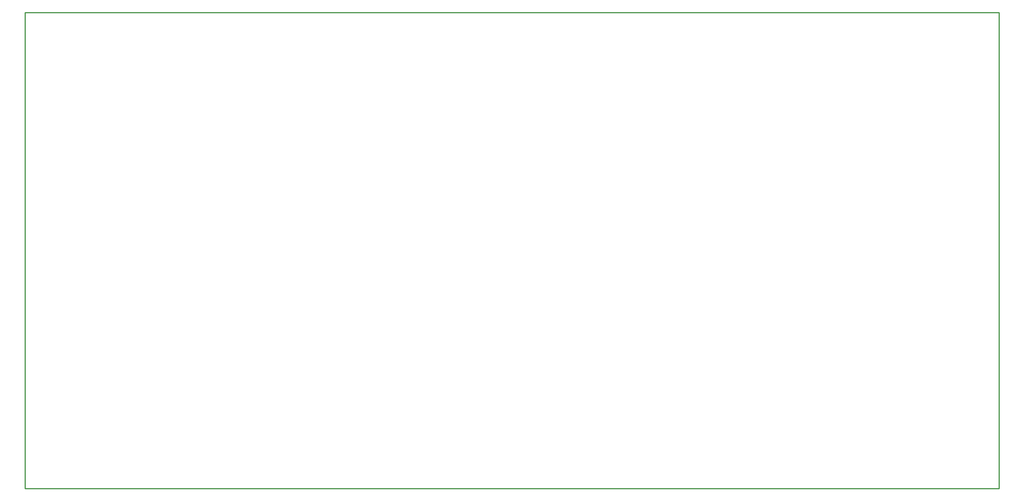
<source format=gko>
G04*
G04 #@! TF.GenerationSoftware,Altium Limited,Altium Designer,23.1.1 (15)*
G04*
G04 Layer_Color=16711935*
%FSLAX44Y44*%
%MOMM*%
G71*
G04*
G04 #@! TF.SameCoordinates,B1E2939E-79DA-41A2-B67C-80547D0CF300*
G04*
G04*
G04 #@! TF.FilePolarity,Positive*
G04*
G01*
G75*
%ADD42C,0.2540*%
D42*
X4073000Y764000D02*
X4073000Y1828172D01*
X1897000Y764000D02*
X4073000D01*
X1897172Y1828172D02*
X4073000D01*
X1896188D02*
X1896188Y764000D01*
M02*

</source>
